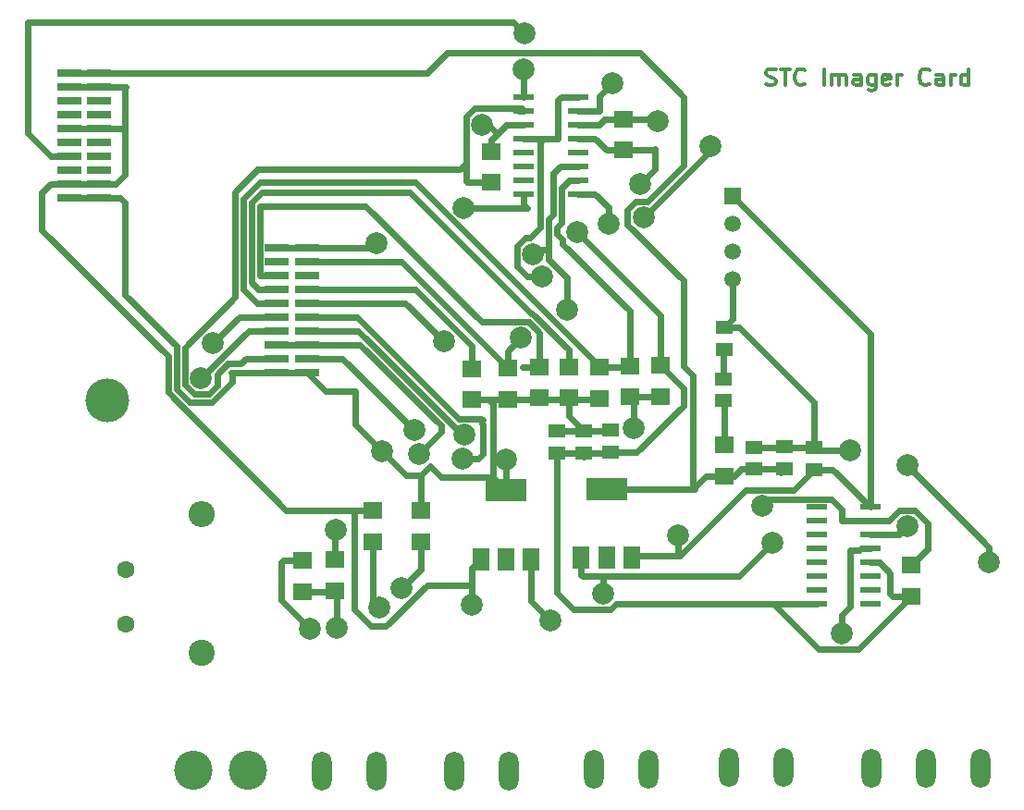
<source format=gbr>
%TF.GenerationSoftware,KiCad,Pcbnew,(5.1.9)-1*%
%TF.CreationDate,2021-09-13T10:00:27+00:00*%
%TF.ProjectId,CZTBoardV3,435a5442-6f61-4726-9456-332e6b696361,rev?*%
%TF.SameCoordinates,Original*%
%TF.FileFunction,Copper,L1,Top*%
%TF.FilePolarity,Positive*%
%FSLAX46Y46*%
G04 Gerber Fmt 4.6, Leading zero omitted, Abs format (unit mm)*
G04 Created by KiCad (PCBNEW (5.1.9)-1) date 2021-09-13 10:00:27*
%MOMM*%
%LPD*%
G01*
G04 APERTURE LIST*
%TA.AperFunction,NonConductor*%
%ADD10C,0.300000*%
%TD*%
%TA.AperFunction,ComponentPad*%
%ADD11C,1.600000*%
%TD*%
%TA.AperFunction,SMDPad,CuDef*%
%ADD12R,1.600000X1.300000*%
%TD*%
%TA.AperFunction,ComponentPad*%
%ADD13O,2.400000X2.400000*%
%TD*%
%TA.AperFunction,ComponentPad*%
%ADD14C,2.400000*%
%TD*%
%TA.AperFunction,SMDPad,CuDef*%
%ADD15R,1.803000X1.600000*%
%TD*%
%TA.AperFunction,ComponentPad*%
%ADD16C,4.000000*%
%TD*%
%TA.AperFunction,SMDPad,CuDef*%
%ADD17R,2.222400X0.736600*%
%TD*%
%TA.AperFunction,ComponentPad*%
%ADD18O,1.790700X3.581400*%
%TD*%
%TA.AperFunction,ComponentPad*%
%ADD19O,3.500000X3.581400*%
%TD*%
%TA.AperFunction,ComponentPad*%
%ADD20C,1.500000*%
%TD*%
%TA.AperFunction,ComponentPad*%
%ADD21R,1.500000X1.500000*%
%TD*%
%TA.AperFunction,SMDPad,CuDef*%
%ADD22R,1.981200X0.558800*%
%TD*%
%TA.AperFunction,SMDPad,CuDef*%
%ADD23R,3.800000X2.000000*%
%TD*%
%TA.AperFunction,SMDPad,CuDef*%
%ADD24R,1.500000X2.000000*%
%TD*%
%TA.AperFunction,ViaPad*%
%ADD25C,2.000000*%
%TD*%
%TA.AperFunction,Conductor*%
%ADD26C,0.609600*%
%TD*%
%TA.AperFunction,Conductor*%
%ADD27C,0.250000*%
%TD*%
G04 APERTURE END LIST*
D10*
X184444285Y-80657142D02*
X184658571Y-80728571D01*
X185015714Y-80728571D01*
X185158571Y-80657142D01*
X185230000Y-80585714D01*
X185301428Y-80442857D01*
X185301428Y-80300000D01*
X185230000Y-80157142D01*
X185158571Y-80085714D01*
X185015714Y-80014285D01*
X184730000Y-79942857D01*
X184587142Y-79871428D01*
X184515714Y-79800000D01*
X184444285Y-79657142D01*
X184444285Y-79514285D01*
X184515714Y-79371428D01*
X184587142Y-79300000D01*
X184730000Y-79228571D01*
X185087142Y-79228571D01*
X185301428Y-79300000D01*
X185730000Y-79228571D02*
X186587142Y-79228571D01*
X186158571Y-80728571D02*
X186158571Y-79228571D01*
X187944285Y-80585714D02*
X187872857Y-80657142D01*
X187658571Y-80728571D01*
X187515714Y-80728571D01*
X187301428Y-80657142D01*
X187158571Y-80514285D01*
X187087142Y-80371428D01*
X187015714Y-80085714D01*
X187015714Y-79871428D01*
X187087142Y-79585714D01*
X187158571Y-79442857D01*
X187301428Y-79300000D01*
X187515714Y-79228571D01*
X187658571Y-79228571D01*
X187872857Y-79300000D01*
X187944285Y-79371428D01*
X189730000Y-80728571D02*
X189730000Y-79228571D01*
X190444285Y-80728571D02*
X190444285Y-79728571D01*
X190444285Y-79871428D02*
X190515714Y-79800000D01*
X190658571Y-79728571D01*
X190872857Y-79728571D01*
X191015714Y-79800000D01*
X191087142Y-79942857D01*
X191087142Y-80728571D01*
X191087142Y-79942857D02*
X191158571Y-79800000D01*
X191301428Y-79728571D01*
X191515714Y-79728571D01*
X191658571Y-79800000D01*
X191730000Y-79942857D01*
X191730000Y-80728571D01*
X193087142Y-80728571D02*
X193087142Y-79942857D01*
X193015714Y-79800000D01*
X192872857Y-79728571D01*
X192587142Y-79728571D01*
X192444285Y-79800000D01*
X193087142Y-80657142D02*
X192944285Y-80728571D01*
X192587142Y-80728571D01*
X192444285Y-80657142D01*
X192372857Y-80514285D01*
X192372857Y-80371428D01*
X192444285Y-80228571D01*
X192587142Y-80157142D01*
X192944285Y-80157142D01*
X193087142Y-80085714D01*
X194444285Y-79728571D02*
X194444285Y-80942857D01*
X194372857Y-81085714D01*
X194301428Y-81157142D01*
X194158571Y-81228571D01*
X193944285Y-81228571D01*
X193801428Y-81157142D01*
X194444285Y-80657142D02*
X194301428Y-80728571D01*
X194015714Y-80728571D01*
X193872857Y-80657142D01*
X193801428Y-80585714D01*
X193730000Y-80442857D01*
X193730000Y-80014285D01*
X193801428Y-79871428D01*
X193872857Y-79800000D01*
X194015714Y-79728571D01*
X194301428Y-79728571D01*
X194444285Y-79800000D01*
X195730000Y-80657142D02*
X195587142Y-80728571D01*
X195301428Y-80728571D01*
X195158571Y-80657142D01*
X195087142Y-80514285D01*
X195087142Y-79942857D01*
X195158571Y-79800000D01*
X195301428Y-79728571D01*
X195587142Y-79728571D01*
X195730000Y-79800000D01*
X195801428Y-79942857D01*
X195801428Y-80085714D01*
X195087142Y-80228571D01*
X196444285Y-80728571D02*
X196444285Y-79728571D01*
X196444285Y-80014285D02*
X196515714Y-79871428D01*
X196587142Y-79800000D01*
X196730000Y-79728571D01*
X196872857Y-79728571D01*
X199372857Y-80585714D02*
X199301428Y-80657142D01*
X199087142Y-80728571D01*
X198944285Y-80728571D01*
X198730000Y-80657142D01*
X198587142Y-80514285D01*
X198515714Y-80371428D01*
X198444285Y-80085714D01*
X198444285Y-79871428D01*
X198515714Y-79585714D01*
X198587142Y-79442857D01*
X198730000Y-79300000D01*
X198944285Y-79228571D01*
X199087142Y-79228571D01*
X199301428Y-79300000D01*
X199372857Y-79371428D01*
X200658571Y-80728571D02*
X200658571Y-79942857D01*
X200587142Y-79800000D01*
X200444285Y-79728571D01*
X200158571Y-79728571D01*
X200015714Y-79800000D01*
X200658571Y-80657142D02*
X200515714Y-80728571D01*
X200158571Y-80728571D01*
X200015714Y-80657142D01*
X199944285Y-80514285D01*
X199944285Y-80371428D01*
X200015714Y-80228571D01*
X200158571Y-80157142D01*
X200515714Y-80157142D01*
X200658571Y-80085714D01*
X201372857Y-80728571D02*
X201372857Y-79728571D01*
X201372857Y-80014285D02*
X201444285Y-79871428D01*
X201515714Y-79800000D01*
X201658571Y-79728571D01*
X201801428Y-79728571D01*
X202944285Y-80728571D02*
X202944285Y-79228571D01*
X202944285Y-80657142D02*
X202801428Y-80728571D01*
X202515714Y-80728571D01*
X202372857Y-80657142D01*
X202301428Y-80585714D01*
X202230000Y-80442857D01*
X202230000Y-80014285D01*
X202301428Y-79871428D01*
X202372857Y-79800000D01*
X202515714Y-79728571D01*
X202801428Y-79728571D01*
X202944285Y-79800000D01*
D11*
%TO.P,C10,2*%
%TO.N,/HV*%
X125790000Y-125050000D03*
%TO.P,C10,1*%
%TO.N,/EXT_PICO_600V*%
X125790000Y-130050000D03*
%TD*%
D12*
%TO.P,C14,2*%
%TO.N,AGND*%
X180570000Y-102880000D03*
%TO.P,C14,1*%
%TO.N,Net-(C13-Pad2)*%
X180570000Y-104880000D03*
%TD*%
%TO.P,C11,2*%
%TO.N,AGND*%
X186110000Y-113840000D03*
%TO.P,C11,1*%
%TO.N,/AVFE*%
X186110000Y-115840000D03*
%TD*%
%TO.P,C12,2*%
%TO.N,AGND*%
X183340000Y-113860000D03*
%TO.P,C12,1*%
%TO.N,/AVFE*%
X183340000Y-115860000D03*
%TD*%
%TO.P,C13,2*%
%TO.N,Net-(C13-Pad2)*%
X180550000Y-107610000D03*
%TO.P,C13,1*%
%TO.N,Net-(C13-Pad1)*%
X180550000Y-109610000D03*
%TD*%
%TO.P,C6,2*%
%TO.N,AGND*%
X188850000Y-113880000D03*
%TO.P,C6,1*%
%TO.N,VCC*%
X188850000Y-115880000D03*
%TD*%
%TO.P,C3,2*%
%TO.N,DGND*%
X170180000Y-114320000D03*
%TO.P,C3,1*%
%TO.N,VCC*%
X170180000Y-112320000D03*
%TD*%
%TO.P,C4,2*%
%TO.N,DGND*%
X167700000Y-114360000D03*
%TO.P,C4,1*%
%TO.N,VCC*%
X167700000Y-112360000D03*
%TD*%
%TO.P,C2,2*%
%TO.N,DGND*%
X165280000Y-114370000D03*
%TO.P,C2,1*%
%TO.N,VCC*%
X165280000Y-112370000D03*
%TD*%
D13*
%TO.P,R20,2*%
%TO.N,/HV*%
X132790000Y-119950000D03*
D14*
%TO.P,R20,1*%
%TO.N,/EXT_PICO_GND*%
X132790000Y-132650000D03*
%TD*%
D15*
%TO.P,R1,1*%
%TO.N,/CLK_P*%
X159290000Y-89612000D03*
%TO.P,R1,2*%
%TO.N,/CLK_N*%
X159290000Y-86768000D03*
%TD*%
%TO.P,R2,1*%
%TO.N,/SS_P*%
X171920000Y-106428000D03*
%TO.P,R2,2*%
%TO.N,/SS_N*%
X171920000Y-109272000D03*
%TD*%
%TO.P,R3,1*%
%TO.N,/MOSI_N*%
X171360000Y-86664000D03*
%TO.P,R3,2*%
%TO.N,/MOSI_P*%
X171360000Y-83820000D03*
%TD*%
%TO.P,R4,1*%
%TO.N,/MISO_N*%
X144930000Y-124138000D03*
%TO.P,R4,2*%
%TO.N,/MISO_P*%
X144930000Y-126982000D03*
%TD*%
%TO.P,R9,1*%
%TO.N,/RST*%
X160810000Y-106620000D03*
%TO.P,R9,2*%
%TO.N,VCC*%
X160810000Y-109464000D03*
%TD*%
%TO.P,R10,1*%
%TO.N,VCC*%
X152790000Y-119650000D03*
%TO.P,R10,2*%
%TO.N,/LED+*%
X152790000Y-122494000D03*
%TD*%
%TO.P,R11,1*%
%TO.N,AGND*%
X148390000Y-119650000D03*
%TO.P,R11,2*%
%TO.N,/LED-*%
X148390000Y-122494000D03*
%TD*%
%TO.P,R12,1*%
%TO.N,VCC*%
X169160000Y-109374000D03*
%TO.P,R12,2*%
%TO.N,/SS_P*%
X169160000Y-106530000D03*
%TD*%
%TO.P,R13,1*%
%TO.N,DGND*%
X174740000Y-106380000D03*
%TO.P,R13,2*%
%TO.N,/SS_N*%
X174740000Y-109224000D03*
%TD*%
%TO.P,R14,1*%
%TO.N,/TCK*%
X166350000Y-106500000D03*
%TO.P,R14,2*%
%TO.N,VCC*%
X166350000Y-109344000D03*
%TD*%
%TO.P,R15,1*%
%TO.N,/TMS*%
X157480000Y-106680000D03*
%TO.P,R15,2*%
%TO.N,VCC*%
X157480000Y-109524000D03*
%TD*%
%TO.P,R16,1*%
%TO.N,/TDI*%
X163680000Y-106500000D03*
%TO.P,R16,2*%
%TO.N,VCC*%
X163680000Y-109344000D03*
%TD*%
%TO.P,R17,1*%
%TO.N,/MISO_N*%
X197720000Y-124668000D03*
%TO.P,R17,2*%
%TO.N,DGND*%
X197720000Y-127512000D03*
%TD*%
%TO.P,R18,1*%
%TO.N,/MISO_P*%
X142000000Y-127094000D03*
%TO.P,R18,2*%
%TO.N,VCC*%
X142000000Y-124250000D03*
%TD*%
%TO.P,R21,1*%
%TO.N,/AVFE*%
X180590000Y-116474000D03*
%TO.P,R21,2*%
%TO.N,Net-(C13-Pad1)*%
X180590000Y-113630000D03*
%TD*%
D16*
%TO.P,U1,41*%
%TO.N,/HV*%
X124090000Y-109530000D03*
D17*
%TO.P,U1,1*%
%TO.N,/AVFE*%
X123391700Y-79562000D03*
%TO.P,U1,2*%
X120661200Y-79562000D03*
%TO.P,U1,3*%
%TO.N,AGND*%
X123391700Y-80832000D03*
%TO.P,U1,4*%
X120661200Y-80832000D03*
%TO.P,U1,5*%
%TO.N,N/C*%
X123391700Y-82102000D03*
%TO.P,U1,6*%
X120661200Y-82102000D03*
%TO.P,U1,7*%
X123391700Y-83372000D03*
%TO.P,U1,8*%
X120661200Y-83372000D03*
%TO.P,U1,9*%
%TO.N,AGND*%
X123391700Y-84642000D03*
%TO.P,U1,10*%
X120661200Y-84642000D03*
%TO.P,U1,11*%
%TO.N,N/C*%
X123391700Y-85912000D03*
%TO.P,U1,12*%
X120661200Y-85912000D03*
%TO.P,U1,13*%
X123391700Y-87182000D03*
%TO.P,U1,14*%
%TO.N,/PWR_ON*%
X120661200Y-87182000D03*
%TO.P,U1,15*%
%TO.N,N/C*%
X123391700Y-88452000D03*
%TO.P,U1,16*%
X120661200Y-88452000D03*
%TO.P,U1,17*%
%TO.N,AGND*%
X123391700Y-89722000D03*
%TO.P,U1,18*%
X120661200Y-89722000D03*
%TO.P,U1,19*%
%TO.N,VCC*%
X123391700Y-90992000D03*
%TO.P,U1,20*%
X120661200Y-90992000D03*
%TO.P,U1,21*%
%TO.N,DGND*%
X142385300Y-95565000D03*
%TO.P,U1,22*%
X139654800Y-95565000D03*
%TO.P,U1,23*%
%TO.N,/RST*%
X142385300Y-96835000D03*
%TO.P,U1,24*%
%TO.N,/GPIO*%
X139654800Y-96835000D03*
%TO.P,U1,25*%
%TO.N,Net-(U1-Pad25)*%
X142385300Y-98105000D03*
%TO.P,U1,26*%
%TO.N,/TDI*%
X139654800Y-98105000D03*
%TO.P,U1,27*%
%TO.N,/TMS*%
X142385300Y-99375000D03*
%TO.P,U1,28*%
%TO.N,/TCK*%
X139654800Y-99375000D03*
%TO.P,U1,29*%
%TO.N,/SS_N*%
X142385300Y-100645000D03*
%TO.P,U1,30*%
%TO.N,/SS_P*%
X139654800Y-100645000D03*
%TO.P,U1,31*%
%TO.N,/MISO_N*%
X142385300Y-101915000D03*
%TO.P,U1,32*%
%TO.N,/MISO_P*%
X139654800Y-101915000D03*
%TO.P,U1,33*%
%TO.N,/MOSI_N*%
X142385300Y-103185000D03*
%TO.P,U1,34*%
%TO.N,/MOSI_P*%
X139654800Y-103185000D03*
%TO.P,U1,35*%
%TO.N,DGND*%
X142385300Y-104455000D03*
%TO.P,U1,36*%
X139654800Y-104455000D03*
%TO.P,U1,37*%
%TO.N,/CLK_N*%
X142385300Y-105725000D03*
%TO.P,U1,38*%
%TO.N,/CLK_P*%
X139654800Y-105725000D03*
%TO.P,U1,39*%
%TO.N,VCC*%
X142385300Y-106995000D03*
%TO.P,U1,40*%
X139654800Y-106995000D03*
%TD*%
D18*
%TO.P,X6,3*%
%TO.N,/GPIO*%
X204090000Y-143240000D03*
%TO.P,X6,2*%
%TO.N,/RST*%
X199090000Y-143240000D03*
%TO.P,X6,1*%
%TO.N,/PWR_ON*%
X194090000Y-143240000D03*
%TD*%
%TO.P,X5,2*%
%TO.N,/MISO*%
X185990000Y-143220000D03*
%TO.P,X5,1*%
%TO.N,/SS*%
X180990000Y-143220000D03*
%TD*%
%TO.P,X4,2*%
%TO.N,/MOSI*%
X173690000Y-143320000D03*
%TO.P,X4,1*%
%TO.N,/CLK*%
X168690000Y-143320000D03*
%TD*%
%TO.P,X3,2*%
%TO.N,/VIN5V*%
X160890000Y-143520000D03*
%TO.P,X3,1*%
%TO.N,AGND*%
X155890000Y-143520000D03*
%TD*%
%TO.P,X2,2*%
%TO.N,/LED+*%
X148790000Y-143520000D03*
%TO.P,X2,1*%
%TO.N,/LED-*%
X143790000Y-143520000D03*
%TD*%
D19*
%TO.P,X1,2*%
%TO.N,/EXT_PICO_GND*%
X136990000Y-143450000D03*
%TO.P,X1,1*%
%TO.N,/EXT_PICO_600V*%
X131990000Y-143450000D03*
%TD*%
D20*
%TO.P,U4,4*%
%TO.N,AGND*%
X181350000Y-98440000D03*
%TO.P,U4,3*%
%TO.N,Net-(U4-Pad3)*%
X181350000Y-95900000D03*
%TO.P,U4,2*%
%TO.N,/NC*%
X181350000Y-93360000D03*
D21*
%TO.P,U4,1*%
%TO.N,VCC*%
X181350000Y-90820000D03*
%TD*%
D22*
%TO.P,U3,16*%
%TO.N,VCC*%
X193963800Y-119325000D03*
%TO.P,U3,15*%
%TO.N,/MISO_N*%
X193963800Y-120595000D03*
%TO.P,U3,14*%
%TO.N,/MISO_P*%
X193963800Y-121865000D03*
%TO.P,U3,13*%
%TO.N,/MISO*%
X193963800Y-123135000D03*
%TO.P,U3,12*%
%TO.N,DGND*%
X193963800Y-124405000D03*
%TO.P,U3,11*%
%TO.N,Net-(U3-Pad11)*%
X193963800Y-125675000D03*
%TO.P,U3,10*%
%TO.N,Net-(U3-Pad10)*%
X193963800Y-126945000D03*
%TO.P,U3,9*%
%TO.N,Net-(U3-Pad9)*%
X193963800Y-128215000D03*
%TO.P,U3,8*%
%TO.N,DGND*%
X189036200Y-128215000D03*
%TO.P,U3,7*%
%TO.N,Net-(U3-Pad7)*%
X189036200Y-126945000D03*
%TO.P,U3,6*%
%TO.N,Net-(U3-Pad6)*%
X189036200Y-125675000D03*
%TO.P,U3,5*%
%TO.N,Net-(U3-Pad5)*%
X189036200Y-124405000D03*
%TO.P,U3,4*%
%TO.N,Net-(U3-Pad4)*%
X189036200Y-123135000D03*
%TO.P,U3,3*%
%TO.N,Net-(U3-Pad3)*%
X189036200Y-121865000D03*
%TO.P,U3,2*%
%TO.N,Net-(U3-Pad2)*%
X189036200Y-120595000D03*
%TO.P,U3,1*%
%TO.N,Net-(U3-Pad1)*%
X189036200Y-119325000D03*
%TD*%
%TO.P,U2,16*%
%TO.N,VCC*%
X167183800Y-81765000D03*
%TO.P,U2,15*%
%TO.N,/MOSI*%
X167183800Y-83035000D03*
%TO.P,U2,14*%
%TO.N,/MOSI_P*%
X167183800Y-84305000D03*
%TO.P,U2,13*%
%TO.N,/MOSI_N*%
X167183800Y-85575000D03*
%TO.P,U2,12*%
%TO.N,Net-(U2-Pad12)*%
X167183800Y-86845000D03*
%TO.P,U2,11*%
%TO.N,/SS_N*%
X167183800Y-88115000D03*
%TO.P,U2,10*%
%TO.N,/SS_P*%
X167183800Y-89385000D03*
%TO.P,U2,9*%
%TO.N,/SS*%
X167183800Y-90655000D03*
%TO.P,U2,8*%
%TO.N,DGND*%
X162256200Y-90655000D03*
%TO.P,U2,7*%
%TO.N,Net-(U2-Pad7)*%
X162256200Y-89385000D03*
%TO.P,U2,6*%
%TO.N,Net-(U2-Pad6)*%
X162256200Y-88115000D03*
%TO.P,U2,5*%
%TO.N,Net-(U2-Pad5)*%
X162256200Y-86845000D03*
%TO.P,U2,4*%
%TO.N,VCC*%
X162256200Y-85575000D03*
%TO.P,U2,3*%
%TO.N,/CLK_N*%
X162256200Y-84305000D03*
%TO.P,U2,2*%
%TO.N,/CLK_P*%
X162256200Y-83035000D03*
%TO.P,U2,1*%
%TO.N,/CLK*%
X162256200Y-81765000D03*
%TD*%
D23*
%TO.P,IC2,4*%
%TO.N,/AVFE*%
X169810000Y-117660000D03*
D24*
%TO.P,IC2,3*%
%TO.N,VCC*%
X172110000Y-123960000D03*
%TO.P,IC2,2*%
%TO.N,N/C*%
X169810000Y-123960000D03*
%TO.P,IC2,1*%
%TO.N,AGND*%
X167510000Y-123960000D03*
%TD*%
D23*
%TO.P,IC1,4*%
%TO.N,VCC*%
X160590000Y-117800000D03*
D24*
%TO.P,IC1,3*%
%TO.N,/VIN5V*%
X162890000Y-124100000D03*
%TO.P,IC1,2*%
%TO.N,N/C*%
X160590000Y-124100000D03*
%TO.P,IC1,1*%
%TO.N,AGND*%
X158290000Y-124100000D03*
%TD*%
D25*
%TO.N,AGND*%
X157480000Y-128270000D03*
X184980000Y-122650000D03*
X192110000Y-114110000D03*
X169510000Y-127250000D03*
%TO.N,VCC*%
X176380000Y-121910000D03*
X142640000Y-130460000D03*
X149273669Y-114251134D03*
X163950052Y-98200755D03*
X160640000Y-114977210D03*
%TO.N,/PWR_ON*%
X162285404Y-75925404D03*
%TO.N,/RST*%
X162010000Y-103850000D03*
X197340000Y-115530000D03*
X204850000Y-124410000D03*
%TO.N,/SS_N*%
X166200000Y-101280000D03*
X172280000Y-112120000D03*
X154920000Y-104170000D03*
X163070000Y-96160000D03*
%TO.N,/MISO_N*%
X145000000Y-121390000D03*
X156646774Y-114945399D03*
X184070000Y-119200000D03*
%TO.N,/MISO_P*%
X145100000Y-130400000D03*
X133817210Y-104346890D03*
X197329596Y-121119596D03*
%TO.N,/MOSI_N*%
X172850000Y-89750000D03*
X156827220Y-112704146D03*
%TO.N,/MOSI_P*%
X132700000Y-107550000D03*
X174522790Y-83990000D03*
%TO.N,/CLK_N*%
X152200000Y-112300000D03*
X158440000Y-84310000D03*
%TO.N,/MOSI*%
X170330000Y-80570000D03*
%TO.N,/SS*%
X179290000Y-86310000D03*
X173200000Y-92820000D03*
X170035427Y-93379625D03*
%TO.N,/CLK*%
X162190000Y-79232788D03*
%TO.N,/MISO*%
X191340000Y-130900000D03*
%TO.N,/LED-*%
X149050404Y-128510404D03*
%TO.N,/LED+*%
X151079596Y-126739596D03*
%TO.N,/VIN5V*%
X164649326Y-129727210D03*
%TO.N,DGND*%
X148720000Y-95140000D03*
X152631387Y-114458660D03*
X167126118Y-94200931D03*
X156760397Y-91979603D03*
%TD*%
D26*
%TO.N,AGND*%
X123391700Y-80832000D02*
X124424162Y-80832000D01*
X124424162Y-84642000D02*
X123391700Y-84642000D01*
X124908000Y-89722000D02*
X123391700Y-89722000D01*
X125730000Y-88900000D02*
X124908000Y-89722000D01*
X125730000Y-85947838D02*
X125730000Y-88900000D01*
X120661200Y-89722000D02*
X123391700Y-89722000D01*
X147016738Y-119650000D02*
X148390000Y-119650000D01*
X120661200Y-89722000D02*
X119628738Y-89722000D01*
X148590000Y-119450000D02*
X148390000Y-119650000D01*
X188830000Y-113860000D02*
X188850000Y-113880000D01*
X183340000Y-113860000D02*
X188830000Y-113860000D01*
X188850000Y-109750400D02*
X188850000Y-113880000D01*
X181979600Y-102880000D02*
X188850000Y-109750400D01*
X180570000Y-102880000D02*
X181979600Y-102880000D01*
X188850000Y-113880000D02*
X189122962Y-113880000D01*
X181960000Y-125670000D02*
X184980000Y-122650000D01*
X176900000Y-125670000D02*
X181960000Y-125670000D01*
X177242962Y-125670000D02*
X176900000Y-125670000D01*
X189080000Y-114110000D02*
X188850000Y-113880000D01*
X192110000Y-114110000D02*
X189080000Y-114110000D01*
X167510000Y-125569600D02*
X167510000Y-123960000D01*
X167610400Y-125670000D02*
X167510000Y-125569600D01*
X181350000Y-102100000D02*
X180570000Y-102880000D01*
X181350000Y-98440000D02*
X181350000Y-102100000D01*
X146878900Y-119650000D02*
X148390000Y-119650000D01*
X120661200Y-89722000D02*
X118940400Y-89722000D01*
X118940400Y-89722000D02*
X118110000Y-90552400D01*
X118110000Y-90552400D02*
X118110000Y-93980000D01*
X129678776Y-105548776D02*
X129678776Y-108840728D01*
X118110000Y-93980000D02*
X129678776Y-105548776D01*
X129678776Y-108840728D02*
X140488048Y-119650000D01*
X157480000Y-124910000D02*
X158290000Y-124100000D01*
X169510000Y-125750000D02*
X169590000Y-125670000D01*
X169510000Y-127250000D02*
X169510000Y-125750000D01*
X169590000Y-125670000D02*
X167610400Y-125670000D01*
X176900000Y-125670000D02*
X169590000Y-125670000D01*
X157480000Y-128270000D02*
X157480000Y-126490000D01*
X157480000Y-126490000D02*
X157480000Y-124910000D01*
X157480000Y-126490000D02*
X153390000Y-126490000D01*
X153390000Y-126490000D02*
X149650000Y-130230000D01*
X149650000Y-130230000D02*
X148220000Y-130230000D01*
X148220000Y-130230000D02*
X146690000Y-128700000D01*
X146690000Y-119750000D02*
X146590000Y-119650000D01*
X146690000Y-128700000D02*
X146690000Y-119750000D01*
X146590000Y-119650000D02*
X146878900Y-119650000D01*
X140488048Y-119650000D02*
X146590000Y-119650000D01*
X123391700Y-80832000D02*
X125842000Y-80832000D01*
X125522000Y-84642000D02*
X125730000Y-84850000D01*
X123391700Y-84642000D02*
X125522000Y-84642000D01*
X125730000Y-84850000D02*
X125730000Y-85947838D01*
X125730000Y-80944000D02*
X125730000Y-84850000D01*
X120661200Y-80832000D02*
X123391700Y-80832000D01*
X120661200Y-84642000D02*
X123391700Y-84642000D01*
D27*
%TO.N,VCC*%
X160590000Y-117800000D02*
X160590000Y-117540000D01*
D26*
X152790000Y-119650000D02*
X152790000Y-116450000D01*
X152790000Y-116450000D02*
X153670000Y-115570000D01*
X120661200Y-90992000D02*
X123391700Y-90992000D01*
X123391700Y-90992000D02*
X125282000Y-90992000D01*
X125282000Y-90992000D02*
X125730000Y-91440000D01*
X125730000Y-91440000D02*
X125730000Y-96520000D01*
X125730000Y-96520000D02*
X125730000Y-97226395D01*
X135575000Y-106995000D02*
X142385300Y-106995000D01*
X135498605Y-106995000D02*
X135575000Y-106995000D01*
X159400000Y-116610000D02*
X160590000Y-117800000D01*
X169010000Y-109524000D02*
X169160000Y-109374000D01*
X157480000Y-109524000D02*
X169010000Y-109524000D01*
X166350000Y-111010000D02*
X167700000Y-112360000D01*
X166350000Y-109344000D02*
X166350000Y-111010000D01*
X170140000Y-112360000D02*
X170180000Y-112320000D01*
X167700000Y-112360000D02*
X170140000Y-112360000D01*
X167690000Y-112370000D02*
X167700000Y-112360000D01*
X165280000Y-112370000D02*
X167690000Y-112370000D01*
X167183800Y-81765000D02*
X165655000Y-81765000D01*
X165655000Y-81765000D02*
X165330000Y-82090000D01*
X165330000Y-82090000D02*
X165330000Y-85630000D01*
X162311200Y-85630000D02*
X162256200Y-85575000D01*
X172270000Y-123800000D02*
X172110000Y-123960000D01*
X165330000Y-85630000D02*
X164050000Y-85630000D01*
X164050000Y-85630000D02*
X162311200Y-85630000D01*
X125730000Y-99904306D02*
X130440787Y-104615093D01*
X130440787Y-108525093D02*
X131684907Y-109769213D01*
X130440787Y-104615093D02*
X130440787Y-108525093D01*
X131684907Y-109769213D02*
X133715093Y-109769213D01*
X135575000Y-107909306D02*
X135575000Y-106995000D01*
X133715093Y-109769213D02*
X135575000Y-107909306D01*
X125730000Y-96520000D02*
X125730000Y-99904306D01*
X176380000Y-123660000D02*
X176520000Y-123800000D01*
X176380000Y-121910000D02*
X176380000Y-123660000D01*
X176520000Y-123800000D02*
X172270000Y-123800000D01*
X140240000Y-124250000D02*
X142000000Y-124250000D01*
X140060000Y-124430000D02*
X140240000Y-124250000D01*
X140060000Y-127880000D02*
X140060000Y-124430000D01*
X142640000Y-130460000D02*
X140060000Y-127880000D01*
X142385300Y-106995000D02*
X144115300Y-108725000D01*
X144115300Y-108725000D02*
X146825000Y-108725000D01*
X154710000Y-116610000D02*
X159400000Y-116610000D01*
X153670000Y-115570000D02*
X154710000Y-116610000D01*
X146825000Y-108725000D02*
X146825000Y-110414682D01*
X146825000Y-108725000D02*
X146825000Y-111802465D01*
X148273670Y-113251135D02*
X149273669Y-114251134D01*
X146825000Y-111802465D02*
X148273670Y-113251135D01*
X188850000Y-115880000D02*
X190518800Y-115880000D01*
X190518800Y-115880000D02*
X193963800Y-119325000D01*
X161612799Y-97277715D02*
X162535839Y-98200755D01*
X163769999Y-93733343D02*
X162800543Y-94702799D01*
X162370543Y-94702799D02*
X161612799Y-95460543D01*
X162800543Y-94702799D02*
X162370543Y-94702799D01*
X164050000Y-85630000D02*
X163769999Y-85910001D01*
X163769999Y-85910001D02*
X163769999Y-93733343D01*
X161612799Y-95460543D02*
X161612799Y-97277715D01*
X162535839Y-98200755D02*
X163950052Y-98200755D01*
X151472535Y-116450000D02*
X149273669Y-114251134D01*
X152790000Y-116450000D02*
X151472535Y-116450000D01*
X193963800Y-103433800D02*
X193963800Y-119325000D01*
X181350000Y-90820000D02*
X193963800Y-103433800D01*
X158991100Y-109524000D02*
X159400000Y-109932900D01*
X157480000Y-109524000D02*
X158991100Y-109524000D01*
X159400000Y-109932900D02*
X159400000Y-116610000D01*
X188850000Y-115880000D02*
X186987202Y-117742798D01*
X186987202Y-117742798D02*
X182577202Y-117742798D01*
X182577202Y-117742798D02*
X176520000Y-123800000D01*
X160590000Y-115027210D02*
X160640000Y-114977210D01*
X160590000Y-117800000D02*
X160590000Y-115027210D01*
%TO.N,/AVFE*%
X185750000Y-116200000D02*
X186110000Y-115840000D01*
X132902000Y-79562000D02*
X130868000Y-79562000D01*
X130868000Y-79562000D02*
X123391700Y-79562000D01*
X177460000Y-117660000D02*
X177870000Y-117660000D01*
X169810000Y-117660000D02*
X177460000Y-117660000D01*
X130868000Y-79562000D02*
X153401342Y-79562000D01*
X173579556Y-91362798D02*
X172500542Y-91362798D01*
X176860712Y-106479288D02*
X177700000Y-107318576D01*
X176860712Y-88081642D02*
X173579556Y-91362798D01*
X171742798Y-93479458D02*
X176860712Y-98597372D01*
X177700000Y-107318576D02*
X177700000Y-117420000D01*
X172500542Y-91362798D02*
X171742798Y-92120542D01*
X176860712Y-81760712D02*
X176860712Y-88081642D01*
X153401342Y-79562000D02*
X155187756Y-77775586D01*
X172875586Y-77775586D02*
X176860712Y-81760712D01*
X155187756Y-77775586D02*
X172875586Y-77775586D01*
X171742798Y-92120542D02*
X171742798Y-93479458D01*
X176860712Y-98597372D02*
X176860712Y-106479288D01*
X177700000Y-117420000D02*
X177460000Y-117660000D01*
X186090000Y-115860000D02*
X186110000Y-115840000D01*
X183340000Y-115860000D02*
X186090000Y-115860000D01*
X120661200Y-79562000D02*
X123391700Y-79562000D01*
X177700000Y-117420000D02*
X177990000Y-117420000D01*
X178936000Y-116474000D02*
X180590000Y-116474000D01*
X177990000Y-117420000D02*
X178936000Y-116474000D01*
X180590000Y-116474000D02*
X181516000Y-116474000D01*
X182130000Y-115860000D02*
X183340000Y-115860000D01*
X181516000Y-116474000D02*
X182130000Y-115860000D01*
%TO.N,/PWR_ON*%
X120661200Y-87182000D02*
X118940400Y-87182000D01*
X116840000Y-74930000D02*
X116844595Y-74925405D01*
X116844595Y-74925405D02*
X161285405Y-74925405D01*
X161285405Y-74925405D02*
X162285404Y-75925404D01*
X116840000Y-85081600D02*
X116840000Y-74930000D01*
X118940400Y-87182000D02*
X116840000Y-85081600D01*
%TO.N,/RST*%
X151025000Y-96835000D02*
X142385300Y-96835000D01*
X160810000Y-106620000D02*
X151025000Y-96835000D01*
X160810000Y-105050000D02*
X162010000Y-103850000D01*
X160810000Y-106620000D02*
X160810000Y-105050000D01*
X204850000Y-123040000D02*
X204850000Y-124410000D01*
X197340000Y-115530000D02*
X204850000Y-123040000D01*
%TO.N,/SS_N*%
X174692000Y-109272000D02*
X174740000Y-109224000D01*
X171920000Y-109272000D02*
X174692000Y-109272000D01*
X172280000Y-109632000D02*
X171920000Y-109272000D01*
X172280000Y-112120000D02*
X172280000Y-109632000D01*
X142385300Y-100645000D02*
X151395000Y-100645000D01*
X151395000Y-100645000D02*
X154920000Y-104170000D01*
X166200000Y-98322765D02*
X166200000Y-101280000D01*
X164973988Y-92531706D02*
X164540788Y-92964906D01*
X164973988Y-88724612D02*
X164973988Y-92531706D01*
X167183800Y-88115000D02*
X165583600Y-88115000D01*
X164540788Y-96663553D02*
X166200000Y-98322765D01*
X165583600Y-88115000D02*
X164973988Y-88724612D01*
X163500788Y-95729212D02*
X164540788Y-95729212D01*
X163070000Y-96160000D02*
X163500788Y-95729212D01*
X164540788Y-95729212D02*
X164540788Y-96663553D01*
X164540788Y-92964906D02*
X164540788Y-95729212D01*
%TO.N,/SS_P*%
X169160000Y-106530000D02*
X169160000Y-106440000D01*
X169160000Y-106440000D02*
X152290000Y-89570000D01*
X152290000Y-89570000D02*
X138090000Y-89570000D01*
X136562378Y-91097623D02*
X136562378Y-99402378D01*
X138090000Y-89570000D02*
X136562378Y-91097623D01*
X137805000Y-100645000D02*
X139654800Y-100645000D01*
X136562378Y-99402378D02*
X137805000Y-100645000D01*
X171818000Y-106530000D02*
X171920000Y-106428000D01*
X169160000Y-106530000D02*
X171818000Y-106530000D01*
X165807201Y-94820543D02*
X165807201Y-95260543D01*
X165735999Y-93337341D02*
X165302799Y-93770541D01*
X171920000Y-101373342D02*
X171920000Y-106428000D01*
X165735999Y-90121601D02*
X165735999Y-93337341D01*
X167183800Y-89385000D02*
X166472600Y-89385000D01*
X165807201Y-95260543D02*
X171920000Y-101373342D01*
X165302799Y-93770541D02*
X165302798Y-94316140D01*
X166472600Y-89385000D02*
X165735999Y-90121601D01*
X165302798Y-94316140D02*
X165807201Y-94820543D01*
%TO.N,/MISO_N*%
X144930000Y-121460000D02*
X145000000Y-121390000D01*
X144930000Y-124138000D02*
X144930000Y-121460000D01*
X196630139Y-119662395D02*
X198029053Y-119662395D01*
X199207202Y-120840542D02*
X199207202Y-123180798D01*
X198029053Y-119662395D02*
X199207202Y-120840542D01*
X199207202Y-123180798D02*
X197720000Y-124668000D01*
X195697534Y-120595000D02*
X196630139Y-119662395D01*
X193963800Y-120595000D02*
X195697534Y-120595000D01*
X158538044Y-111753373D02*
X158538044Y-114468342D01*
X158060987Y-114945399D02*
X156646774Y-114945399D01*
X158538044Y-114468342D02*
X158060987Y-114945399D01*
X158440000Y-111655329D02*
X158538044Y-111753373D01*
X193963800Y-120595000D02*
X191355000Y-120595000D01*
X191355000Y-119550838D02*
X190392561Y-118588399D01*
X184681601Y-118588399D02*
X184070000Y-119200000D01*
X191355000Y-120595000D02*
X191355000Y-119550838D01*
X190392561Y-118588399D02*
X184681601Y-118588399D01*
X142385300Y-101915000D02*
X146975000Y-101915000D01*
X146975000Y-101915000D02*
X156306944Y-111246944D01*
X156306944Y-111246944D02*
X158326944Y-111246944D01*
X158326944Y-111246944D02*
X158460000Y-111380000D01*
%TO.N,/MISO_P*%
X144818000Y-127094000D02*
X144930000Y-126982000D01*
X142000000Y-127094000D02*
X144818000Y-127094000D01*
X145100000Y-127152000D02*
X144930000Y-126982000D01*
X145100000Y-130400000D02*
X145100000Y-127152000D01*
X136249100Y-101915000D02*
X133817210Y-104346890D01*
X139654800Y-101915000D02*
X136249100Y-101915000D01*
X196584192Y-121865000D02*
X197329596Y-121119596D01*
X193963800Y-121865000D02*
X196584192Y-121865000D01*
%TO.N,/MOSI_N*%
X167183800Y-85575000D02*
X168755000Y-85575000D01*
X169844000Y-86664000D02*
X171360000Y-86664000D01*
X168755000Y-85575000D02*
X169844000Y-86664000D01*
X172850000Y-89750000D02*
X174210000Y-88390000D01*
X174210000Y-88390000D02*
X174210000Y-86540000D01*
X174086000Y-86664000D02*
X171360000Y-86664000D01*
X174210000Y-86540000D02*
X174086000Y-86664000D01*
X156596500Y-112704146D02*
X156827220Y-112704146D01*
X147077354Y-103185000D02*
X156596500Y-112704146D01*
X142385300Y-103185000D02*
X147077354Y-103185000D01*
%TO.N,/MOSI_P*%
X167183800Y-84305000D02*
X169145000Y-84305000D01*
X169630000Y-83820000D02*
X171360000Y-83820000D01*
X169145000Y-84305000D02*
X169630000Y-83820000D01*
X137065000Y-103185000D02*
X132700000Y-107550000D01*
X139654800Y-103185000D02*
X137065000Y-103185000D01*
X174352790Y-83820000D02*
X174522790Y-83990000D01*
X171360000Y-83820000D02*
X174352790Y-83820000D01*
%TO.N,/CLK_N*%
X159290000Y-85671000D02*
X159290000Y-86768000D01*
X162256200Y-84305000D02*
X160656000Y-84305000D01*
X145625000Y-105725000D02*
X152200000Y-112300000D01*
X142385300Y-105725000D02*
X145625000Y-105725000D01*
X158970000Y-84310000D02*
X159810500Y-85150500D01*
X159810500Y-85150500D02*
X159290000Y-85671000D01*
X158440000Y-84310000D02*
X158970000Y-84310000D01*
X160656000Y-84305000D02*
X159810500Y-85150500D01*
%TO.N,/CLK_P*%
X162256200Y-83035000D02*
X161825000Y-83035000D01*
X136325636Y-106222010D02*
X135105636Y-106222010D01*
X131202798Y-108169458D02*
X131202798Y-104709736D01*
X135800376Y-100112158D02*
X135800376Y-90489624D01*
X132040542Y-109007202D02*
X131202798Y-108169458D01*
X134157202Y-108249458D02*
X133399458Y-109007202D01*
X133399458Y-109007202D02*
X132040542Y-109007202D01*
X134157202Y-107170444D02*
X134157202Y-108249458D01*
X131202798Y-104709736D02*
X135800376Y-100112158D01*
X135105636Y-106222010D02*
X134157202Y-107170444D01*
X135800376Y-90489624D02*
X137850000Y-88440000D01*
X136822646Y-105725000D02*
X136325636Y-106222010D01*
X139654800Y-105725000D02*
X136822646Y-105725000D01*
X156982799Y-83610543D02*
X156982799Y-87862799D01*
X162256200Y-83035000D02*
X162073999Y-82852799D01*
X157740543Y-82852799D02*
X156982799Y-83610543D01*
X162073999Y-82852799D02*
X157740543Y-82852799D01*
X137850000Y-88440000D02*
X156405598Y-88440000D01*
X156405598Y-88440000D02*
X156982799Y-87862799D01*
X156982799Y-87862799D02*
X156982799Y-89542799D01*
X157052000Y-89612000D02*
X159290000Y-89612000D01*
X156982799Y-89542799D02*
X157052000Y-89612000D01*
%TO.N,/MOSI*%
X170330000Y-80570000D02*
X169180000Y-81720000D01*
X169180000Y-81720000D02*
X169180000Y-83020000D01*
X169165000Y-83035000D02*
X167183800Y-83035000D01*
X169180000Y-83020000D02*
X169165000Y-83035000D01*
%TO.N,/SS*%
X179290000Y-86730000D02*
X173200000Y-92820000D01*
X179290000Y-86310000D02*
X179290000Y-86730000D01*
X167183800Y-90655000D02*
X168784000Y-90655000D01*
X170035427Y-91906427D02*
X170035427Y-93379625D01*
X168784000Y-90655000D02*
X170035427Y-91906427D01*
%TO.N,/CLK*%
X162256200Y-79298988D02*
X162190000Y-79232788D01*
X162256200Y-81765000D02*
X162256200Y-79298988D01*
%TO.N,/MISO*%
X193140838Y-123135000D02*
X192995838Y-123280000D01*
X193963800Y-123135000D02*
X193140838Y-123135000D01*
X192995838Y-123280000D02*
X192100000Y-123280000D01*
X192100000Y-128444162D02*
X192130000Y-128474162D01*
X192100000Y-123280000D02*
X192100000Y-128444162D01*
X191340000Y-129204162D02*
X192100000Y-128444162D01*
X191340000Y-130900000D02*
X191340000Y-129204162D01*
%TO.N,/LED-*%
X148390000Y-122494000D02*
X148390000Y-127850000D01*
X148390000Y-127850000D02*
X149050404Y-128510404D01*
%TO.N,/LED+*%
X152790000Y-125029192D02*
X151079596Y-126739596D01*
X152790000Y-122494000D02*
X152790000Y-125029192D01*
%TO.N,/VIN5V*%
X162890000Y-124100000D02*
X162890000Y-127967884D01*
X162890000Y-127967884D02*
X164649326Y-129727210D01*
%TO.N,Net-(C13-Pad2)*%
X180550000Y-104900000D02*
X180570000Y-104880000D01*
X180550000Y-107610000D02*
X180550000Y-104900000D01*
%TO.N,Net-(C13-Pad1)*%
X180550000Y-109610000D02*
X180480000Y-109610000D01*
X180590000Y-109650000D02*
X180550000Y-109610000D01*
X180590000Y-113630000D02*
X180590000Y-109650000D01*
%TO.N,/TCK*%
X137934000Y-99375000D02*
X139654800Y-99375000D01*
X137324389Y-98765389D02*
X137934000Y-99375000D01*
X163025093Y-101630787D02*
X162890387Y-101630787D01*
X137324389Y-91413257D02*
X137324389Y-98765389D01*
X166350000Y-106500000D02*
X166350000Y-104955694D01*
X138227646Y-90510000D02*
X137324389Y-91413257D01*
X162890387Y-101630787D02*
X151769600Y-90510000D01*
X166350000Y-104955694D02*
X163025093Y-101630787D01*
X151769600Y-90510000D02*
X138227646Y-90510000D01*
%TO.N,/TMS*%
X157480000Y-106680000D02*
X157480000Y-104573340D01*
X157480000Y-104573340D02*
X152281660Y-99375000D01*
X152281660Y-99375000D02*
X142385300Y-99375000D01*
%TO.N,/TDI*%
X138086400Y-98105000D02*
X139654800Y-98105000D01*
X163680000Y-106500000D02*
X163680000Y-103363340D01*
X138086400Y-91790000D02*
X138086400Y-98105000D01*
X162709458Y-102392798D02*
X158372798Y-102392798D01*
X147770000Y-91790000D02*
X138086400Y-91790000D01*
X163680000Y-103363340D02*
X162709458Y-102392798D01*
X158372798Y-102392798D02*
X147770000Y-91790000D01*
X163680000Y-106500000D02*
X162168701Y-106500000D01*
%TO.N,DGND*%
X139654800Y-95565000D02*
X142385300Y-95565000D01*
X167700000Y-114360000D02*
X167700000Y-114710000D01*
X170130000Y-114370000D02*
X170180000Y-114320000D01*
X165280000Y-114370000D02*
X170130000Y-114370000D01*
X194786762Y-124405000D02*
X195790000Y-125408238D01*
X193963800Y-124405000D02*
X194786762Y-124405000D01*
X195790000Y-125408238D02*
X195790000Y-127260000D01*
X196042000Y-127512000D02*
X197720000Y-127512000D01*
X195790000Y-127260000D02*
X196042000Y-127512000D01*
X142385300Y-104455000D02*
X139654800Y-104455000D01*
X148295000Y-95565000D02*
X148720000Y-95140000D01*
X142385300Y-95565000D02*
X148295000Y-95565000D01*
X174740000Y-106380000D02*
X176840000Y-108480000D01*
X176840000Y-108480000D02*
X176840000Y-110070000D01*
X176840000Y-110070000D02*
X172590000Y-114320000D01*
X172590000Y-114320000D02*
X170180000Y-114320000D01*
X189036200Y-128215000D02*
X185085000Y-128215000D01*
X166797201Y-128707201D02*
X165280000Y-127190000D01*
X185085000Y-128215000D02*
X170701658Y-128215000D01*
X170701658Y-128215000D02*
X170209457Y-128707201D01*
X170209457Y-128707201D02*
X166797201Y-128707201D01*
X165280000Y-115629600D02*
X165280000Y-114370000D01*
X165280000Y-127190000D02*
X165280000Y-115629600D01*
X192874799Y-132357201D02*
X189227201Y-132357201D01*
X189227201Y-132357201D02*
X185085000Y-128215000D01*
X192874799Y-132357201D02*
X197720000Y-127512000D01*
X174740000Y-106380000D02*
X174740000Y-101814813D01*
X174740000Y-101814813D02*
X167126118Y-94200931D01*
X142385300Y-104455000D02*
X147269708Y-104455000D01*
X154647202Y-112442845D02*
X152631387Y-114458660D01*
X154647202Y-111832494D02*
X154647202Y-112442845D01*
X147269708Y-104455000D02*
X154647202Y-111832494D01*
X156760397Y-91979603D02*
X162560397Y-91979603D01*
X162256200Y-91675406D02*
X162256200Y-90655000D01*
X162560397Y-91979603D02*
X162256200Y-91675406D01*
%TD*%
M02*

</source>
